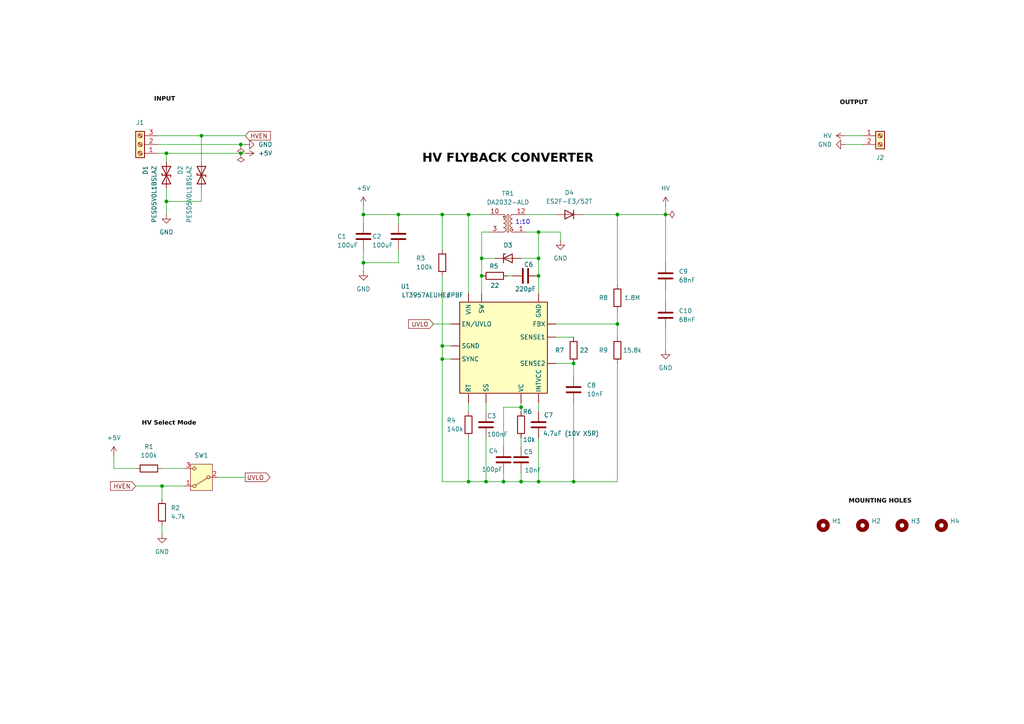
<source format=kicad_sch>
(kicad_sch (version 20231120) (generator "eeschema") (generator_version "8.0")
  (paper "A4")
  (title_block (title "LT3957A High Voltage Flyback Converter") (date "2024-06-11") (company "Newell Jensen"))
  (lib_symbols
    (symbol "Connector:Screw_Terminal_01x02" (pin_names (offset 1.016) hide)
      (property "Reference" "J" (at 0 2.54 0))
      (property "Value" "Screw_Terminal_01x02" (at 0 -5.08 0))
      (symbol "Screw_Terminal_01x02_1_1"
        (rectangle (start -1.27 1.27) (end 1.27 -3.81) (stroke (width 0.254)) (fill (type background)))
        (circle (center 0 -2.54) (radius 0.635) (stroke (width 0.1524)))
        (polyline (pts (xy -0.5334 -2.2098) (xy 0.3302 -3.048)) (stroke (width 0.1524)))
        (polyline (pts (xy -0.5334 0.3302) (xy 0.3302 -0.508)) (stroke (width 0.1524)))
        (polyline (pts (xy -0.3556 -2.032) (xy 0.508 -2.8702)) (stroke (width 0.1524)))
        (polyline (pts (xy -0.3556 0.508) (xy 0.508 -0.3302)) (stroke (width 0.1524)))
        (circle (center 0 0) (radius 0.635) (stroke (width 0.1524)))
        (pin passive line (at -5.08 0 0) (length 3.81) (name "Pin_1") (number "1"))
        (pin passive line (at -5.08 -2.54 0) (length 3.81) (name "Pin_2") (number "2"))
      )
    )
    (symbol "Connector:Screw_Terminal_01x03" (pin_names (offset 1.016) hide)
      (property "Reference" "J" (at 0 5.08 0))
      (property "Value" "Screw_Terminal_01x03" (at 0 -5.08 0))
      (symbol "Screw_Terminal_01x03_1_1"
        (rectangle (start -1.27 3.81) (end 1.27 -3.81) (stroke (width 0.254)) (fill (type background)))
        (circle (center 0 -2.54) (radius 0.635) (stroke (width 0.1524)))
        (polyline (pts (xy -0.5334 -2.2098) (xy 0.3302 -3.048)) (stroke (width 0.1524)))
        (polyline (pts (xy -0.5334 0.3302) (xy 0.3302 -0.508)) (stroke (width 0.1524)))
        (polyline (pts (xy -0.5334 2.8702) (xy 0.3302 2.032)) (stroke (width 0.1524)))
        (polyline (pts (xy -0.3556 -2.032) (xy 0.508 -2.8702)) (stroke (width 0.1524)))
        (polyline (pts (xy -0.3556 0.508) (xy 0.508 -0.3302)) (stroke (width 0.1524)))
        (polyline (pts (xy -0.3556 3.048) (xy 0.508 2.2098)) (stroke (width 0.1524)))
        (circle (center 0 0) (radius 0.635) (stroke (width 0.1524)))
        (circle (center 0 2.54) (radius 0.635) (stroke (width 0.1524)))
        (pin passive line (at -5.08 2.54 0) (length 3.81) (name "Pin_1") (number "1"))
        (pin passive line (at -5.08 0 0) (length 3.81) (name "Pin_2") (number "2"))
        (pin passive line (at -5.08 -2.54 0) (length 3.81) (name "Pin_3") (number "3"))
      )
    )
    (symbol "Device:C" (pin_numbers hide) (pin_names (offset 0.254))
      (property "Reference" "C" (at 0.635 2.54 0))
      (property "Value" "C" (at 0.635 -2.54 0))
      (symbol "C_0_1"
        (polyline (pts (xy -2.032 -0.762) (xy 2.032 -0.762)) (stroke (width 0.508)))
        (polyline (pts (xy -2.032 0.762) (xy 2.032 0.762)) (stroke (width 0.508)))
      )
      (symbol "C_1_1"
        (pin passive line (at 0 3.81 270) (length 2.794) (name "~") (number "1"))
        (pin passive line (at 0 -3.81 90) (length 2.794) (name "~") (number "2"))
      )
    )
    (symbol "Device:D" (pin_numbers hide) (pin_names (offset 1.016) hide)
      (property "Reference" "D" (at 0 2.54 0))
      (property "Value" "D" (at 0 -2.54 0))
      (symbol "D_0_1"
        (polyline (pts (xy -1.27 1.27) (xy -1.27 -1.27)) (stroke (width 0.254)))
        (polyline (pts (xy 1.27 0) (xy -1.27 0)))
        (polyline (pts (xy 1.27 1.27) (xy 1.27 -1.27) (xy -1.27 0) (xy 1.27 1.27)) (stroke (width 0.254)))
      )
      (symbol "D_1_1"
        (pin passive line (at -3.81 0 0) (length 2.54) (name "K") (number "1"))
        (pin passive line (at 3.81 0 180) (length 2.54) (name "A") (number "2"))
      )
    )
    (symbol "Device:D_TVS" (pin_numbers hide) (pin_names (offset 1.016) hide)
      (property "Reference" "D" (at 0 2.54 0))
      (property "Value" "D_TVS" (at 0 -2.54 0))
      (symbol "D_TVS_0_1"
        (polyline (pts (xy 1.27 0) (xy -1.27 0)))
        (polyline (pts (xy 0.508 1.27) (xy 0 1.27) (xy 0 -1.27) (xy -0.508 -1.27)) (stroke (width 0.254)))
        (polyline (pts (xy -2.54 1.27) (xy -2.54 -1.27) (xy 2.54 1.27) (xy 2.54 -1.27) (xy -2.54 1.27)) (stroke (width 0.254)))
      )
      (symbol "D_TVS_1_1"
        (pin passive line (at -3.81 0 0) (length 2.54) (name "A1") (number "1"))
        (pin passive line (at 3.81 0 180) (length 2.54) (name "A2") (number "2"))
      )
    )
    (symbol "Device:R" (pin_numbers hide) (pin_names (offset 0))
      (property "Reference" "R" (at 2.032 0 90))
      (property "Value" "R" (at 0 0 90))
      (symbol "R_0_1"
        (rectangle (start -1.016 -2.54) (end 1.016 2.54) (stroke (width 0.254)))
      )
      (symbol "R_1_1"
        (pin passive line (at 0 3.81 270) (length 1.27) (name "~") (number "1"))
        (pin passive line (at 0 -3.81 90) (length 1.27) (name "~") (number "2"))
      )
    )
    (symbol "Diode:BZT52Bxx" (pin_numbers hide) (pin_names hide)
      (property "Reference" "D" (at 0 2.54 0))
      (property "Value" "BZT52Bxx" (at 0 -2.54 0))
      (symbol "BZT52Bxx_0_1"
        (polyline (pts (xy 1.27 0) (xy -1.27 0)))
        (polyline (pts (xy -1.27 -1.27) (xy -1.27 1.27) (xy -0.762 1.27)) (stroke (width 0.254)))
        (polyline (pts (xy 1.27 -1.27) (xy 1.27 1.27) (xy -1.27 0) (xy 1.27 -1.27)) (stroke (width 0.254)))
      )
      (symbol "BZT52Bxx_1_1"
        (pin passive line (at -3.81 0 0) (length 2.54) (name "K") (number "1"))
        (pin passive line (at 3.81 0 180) (length 2.54) (name "A") (number "2"))
      )
    )
    (symbol "LT3957AEUHE#PBF:LT3957AEUHE#PBF" (pin_numbers hide)
      (property "Reference" "U2" (at -10.668 7.112 0))
      (property "Value" "LT3957AEUHE#PBF" (at -2.794 4.572 0))
      (symbol "LT3957AEUHE#PBF_1_1"
        (rectangle (start 5.08 2.54) (end 30.48 -23.876) (stroke (width 0.254)) (fill (type background)))
        (pin passive line (at 2.54 -17.78 0) (length 2.54) hide (name "NC") (number "1"))
        (pin passive line (at 2.54 -17.78 0) (length 2.54) hide (name "NC") (number "10"))
        (pin passive line (at 27.94 5.08 270) (length 2.54) (name "GND") (number "12"))
        (pin passive line (at 27.94 5.08 270) (length 2.54) hide (name "GND") (number "13"))
        (pin passive line (at 27.94 5.08 270) (length 2.54) hide (name "GND") (number "14"))
        (pin passive line (at 27.94 5.08 270) (length 2.54) hide (name "GND") (number "15"))
        (pin passive line (at 27.94 5.08 270) (length 2.54) hide (name "GND") (number "16"))
        (pin passive line (at 27.94 5.08 270) (length 2.54) hide (name "GND") (number "17"))
        (pin passive line (at 2.54 -17.78 0) (length 2.54) hide (name "NC") (number "2"))
        (pin passive line (at 11.43 5.08 270) (length 2.54) hide (name "SW") (number "20"))
        (pin passive line (at 11.43 5.08 270) (length 2.54) hide (name "SW") (number "21"))
        (pin passive line (at 2.54 -10.16 0) (length 2.54) hide (name "SGND") (number "23"))
        (pin passive line (at 2.54 -10.16 0) (length 2.54) hide (name "SGND") (number "24"))
        (pin passive line (at 2.54 -3.81 0) (length 2.54) (name "EN/UVLO") (number "25"))
        (pin passive line (at 7.62 5.08 270) (length 2.54) (name "VIN") (number "27"))
        (pin passive line (at 27.94 -26.67 90) (length 2.54) (name "INTVCC") (number "28"))
        (pin passive line (at 33.02 -15.24 180) (length 2.54) (name "SENSE2") (number "3"))
        (pin passive line (at 22.86 -26.67 90) (length 2.54) (name "VC") (number "30"))
        (pin passive line (at 33.02 -3.81 180) (length 2.54) (name "FBX") (number "31"))
        (pin passive line (at 12.7 -26.67 90) (length 2.54) (name "SS") (number "32"))
        (pin passive line (at 7.62 -26.67 90) (length 2.54) (name "RT") (number "33"))
        (pin passive line (at 2.54 -13.97 0) (length 2.54) (name "SYNC") (number "34"))
        (pin passive line (at 2.54 -17.78 0) (length 2.54) hide (name "NC") (number "35"))
        (pin passive line (at 2.54 -17.78 0) (length 2.54) hide (name "NC") (number "36"))
        (pin passive line (at 2.54 -10.16 0) (length 2.54) hide (name "SGND") (number "37"))
        (pin passive line (at 11.43 5.08 270) (length 2.54) hide (name "SW") (number "38"))
        (pin passive line (at 2.54 -10.16 0) (length 2.54) (name "SGND") (number "4"))
        (pin passive line (at 33.02 -7.62 180) (length 2.54) (name "SENSE1") (number "6"))
        (pin passive line (at 11.43 5.08 270) (length 2.54) (name "SW") (number "8"))
        (pin passive line (at 11.43 5.08 270) (length 2.54) hide (name "SW") (number "9"))
      )
    )
    (symbol "Mechanical:MountingHole" (pin_names (offset 1.016)) (exclude_from_sim yes) (in_bom no)
      (property "Reference" "H" (at 0 5.08 0))
      (property "Value" "MountingHole" (at 0 3.175 0))
      (symbol "MountingHole_0_1"
        (circle (center 0 0) (radius 1.27) (stroke (width 1.27)))
      )
    )
    (symbol "Switch:SW_SPDT" (pin_names (offset 0) hide)
      (property "Reference" "SW" (at 0 5.08 0))
      (property "Value" "SW_SPDT" (at 0 -5.08 0))
      (symbol "SW_SPDT_0_1"
        (circle (center -2.032 0) (radius 0.4572))
        (polyline (pts (xy -1.651 0.254) (xy 1.651 2.286)))
        (circle (center 2.032 -2.54) (radius 0.4572))
        (circle (center 2.032 2.54) (radius 0.4572))
      )
      (symbol "SW_SPDT_1_1"
        (rectangle (start -3.175 3.81) (end 3.175 -3.81) (fill (type background)))
        (pin passive line (at 5.08 2.54 180) (length 2.54) (name "A") (number "1"))
        (pin passive line (at -5.08 0 0) (length 2.54) (name "B") (number "2"))
        (pin passive line (at 5.08 -2.54 180) (length 2.54) (name "C") (number "3"))
      )
    )
    (symbol "Transformer:ZMPT101K"
      (property "Reference" "TR1" (at 0 8.636 0))
      (property "Value" "DA2032-ALD" (at 0 6.096 0))
      (symbol "ZMPT101K_0_1"
        (polyline (pts (xy -1.27 -2.54) (xy -2.54 -2.54)))
        (polyline (pts (xy -1.27 2.54) (xy -2.54 2.54)))
        (polyline (pts (xy 1.27 -2.54) (xy 2.54 -2.54)))
        (polyline (pts (xy 1.27 2.54) (xy 2.54 2.54)))
      )
      (symbol "ZMPT101K_1_1"
        (arc (start -1.27 -2.54) (mid -0.6377 -1.905) (end -1.27 -1.27))
        (arc (start -1.27 -1.27) (mid -0.6377 -0.635) (end -1.27 0))
        (arc (start -1.27 0) (mid -0.6377 0.635) (end -1.27 1.27))
        (arc (start -1.27 1.27) (mid -0.6377 1.905) (end -1.27 2.54))
        (circle (center -1.143 1.905) (radius 0.127) (stroke (width 0.254)))
        (rectangle (start -0.254 2.54) (end 0.254 -2.54) (fill (type background)))
        (circle (center 1.27 -1.905) (radius 0.127) (stroke (width 0.254)))
        (arc (start 1.27 -1.27) (mid 0.6377 -1.905) (end 1.27 -2.54))
        (arc (start 1.27 0) (mid 0.6377 -0.635) (end 1.27 -1.27))
        (arc (start 1.27 1.27) (mid 0.6377 0.635) (end 1.27 0))
        (arc (start 1.27 2.54) (mid 0.6377 1.905) (end 1.27 1.27))
        (pin passive line (at 5.08 -2.54 180) (length 2.54) (name "~") (number "1"))
        (pin passive line (at -5.08 2.54 0) (length 2.54) (name "~") (number "10"))
        (pin passive line (at 5.08 2.54 180) (length 2.54) (name "~") (number "12"))
        (pin passive line (at -5.08 -2.54 0) (length 2.54) (name "~") (number "3"))
        (pin passive line (at -5.08 -2.54 0) (length 2.54) hide (name "~") (number "4"))
        (pin passive line (at -5.08 -2.54 0) (length 2.54) hide (name "~") (number "5"))
        (pin passive line (at -5.08 -2.54 0) (length 2.54) hide (name "~") (number "6"))
        (pin passive line (at -5.08 2.54 0) (length 2.54) hide (name "~") (number "7"))
        (pin passive line (at -5.08 2.54 0) (length 2.54) hide (name "~") (number "8"))
        (pin passive line (at -5.08 2.54 0) (length 2.54) hide (name "~") (number "9"))
      )
    )
    (symbol "power:+48V" (power) (pin_numbers hide) (pin_names (offset 0) hide)
      (property "Value" "+48V" (at 0 3.556 0))
      (symbol "+48V_0_1"
        (polyline (pts (xy -0.762 1.27) (xy 0 2.54)))
        (polyline (pts (xy 0 0) (xy 0 2.54)))
        (polyline (pts (xy 0 2.54) (xy 0.762 1.27)))
      )
      (symbol "+48V_1_1"
        (pin power_in line (at 0 0 90) (length 0) (name "~") (number "1"))
      )
    )
    (symbol "power:+5V" (power) (pin_numbers hide) (pin_names (offset 0) hide)
      (property "Value" "+5V" (at 0 3.556 0))
      (symbol "+5V_0_1"
        (polyline (pts (xy -0.762 1.27) (xy 0 2.54)))
        (polyline (pts (xy 0 0) (xy 0 2.54)))
        (polyline (pts (xy 0 2.54) (xy 0.762 1.27)))
      )
      (symbol "+5V_1_1"
        (pin power_in line (at 0 0 90) (length 0) (name "~") (number "1"))
      )
    )
    (symbol "power:GND" (power) (pin_numbers hide) (pin_names (offset 0) hide)
      (property "Value" "GND" (at 0 -3.81 0))
      (symbol "GND_0_1"
        (polyline (pts (xy 0 0) (xy 0 -1.27) (xy 1.27 -1.27) (xy 0 -2.54) (xy -1.27 -1.27) (xy 0 -1.27)))
      )
      (symbol "GND_1_1"
        (pin power_in line (at 0 0 270) (length 0) (name "~") (number "1"))
      )
    )
    (symbol "power:PWR_FLAG" (power) (pin_numbers hide) (pin_names (offset 0) hide)
      (property "Value" "PWR_FLAG" (at 0 3.81 0))
      (symbol "PWR_FLAG_0_0"
        (pin power_out line (at 0 0 90) (length 0) (name "~") (number "1"))
      )
      (symbol "PWR_FLAG_0_1"
        (polyline (pts (xy 0 0) (xy 0 1.27) (xy -1.016 1.905) (xy 0 2.54) (xy 1.016 1.905) (xy 0 1.27)))
      )
    )
  )
  (junction (at 140.97 139.7))
  (junction (at 128.27 62.23))
  (junction (at 48.26 58.42))
  (junction (at 193.04 62.23))
  (junction (at 105.41 62.23))
  (junction (at 156.21 80.01))
  (junction (at 179.07 62.23))
  (junction (at 69.85 41.91))
  (junction (at 139.7 80.01))
  (junction (at 128.27 104.14))
  (junction (at 48.26 44.45))
  (junction (at 139.7 74.93))
  (junction (at 166.37 105.41))
  (junction (at 179.07 93.98))
  (junction (at 166.37 139.7))
  (junction (at 156.21 67.31))
  (junction (at 69.85 44.45))
  (junction (at 151.13 118.11))
  (junction (at 46.99 140.97))
  (junction (at 58.42 39.37))
  (junction (at 128.27 100.33))
  (junction (at 105.41 76.2))
  (junction (at 135.89 62.23))
  (junction (at 156.21 139.7))
  (junction (at 156.21 74.93))
  (junction (at 115.57 62.23))
  (junction (at 146.05 139.7))
  (junction (at 135.89 139.7))
  (junction (at 151.13 139.7))
  (wire (pts (xy 39.37 140.97) (xy 46.99 140.97)))
  (wire (pts (xy 156.21 139.7) (xy 166.37 139.7)))
  (wire (pts (xy 139.7 67.31) (xy 139.7 74.93)))
  (wire (pts (xy 48.26 58.42) (xy 58.42 58.42)))
  (wire (pts (xy 128.27 80.01) (xy 128.27 100.33)))
  (wire (pts (xy 128.27 104.14) (xy 128.27 139.7)))
  (wire (pts (xy 156.21 74.93) (xy 156.21 80.01)))
  (wire (pts (xy 63.5 138.43) (xy 71.12 138.43)))
  (wire (pts (xy 46.99 135.89) (xy 53.34 135.89)))
  (wire (pts (xy 151.13 137.16) (xy 151.13 139.7)))
  (wire (pts (xy 168.91 62.23) (xy 179.07 62.23)))
  (wire (pts (xy 161.29 97.79) (xy 166.37 97.79)))
  (wire (pts (xy 128.27 104.14) (xy 128.27 100.33)))
  (wire (pts (xy 166.37 116.84) (xy 166.37 139.7)))
  (wire (pts (xy 115.57 76.2) (xy 105.41 76.2)))
  (wire (pts (xy 45.72 39.37) (xy 58.42 39.37)))
  (wire (pts (xy 69.85 41.91) (xy 71.12 41.91)))
  (wire (pts (xy 193.04 59.69) (xy 193.04 62.23)))
  (wire (pts (xy 179.07 105.41) (xy 179.07 139.7)))
  (wire (pts (xy 105.41 72.39) (xy 105.41 76.2)))
  (wire (pts (xy 58.42 58.42) (xy 58.42 54.61)))
  (wire (pts (xy 161.29 93.98) (xy 179.07 93.98)))
  (wire (pts (xy 193.04 83.82) (xy 193.04 87.63)))
  (wire (pts (xy 139.7 80.01) (xy 139.7 85.09)))
  (wire (pts (xy 46.99 152.4) (xy 46.99 154.94)))
  (wire (pts (xy 146.05 137.16) (xy 146.05 139.7)))
  (wire (pts (xy 146.05 118.11) (xy 151.13 118.11)))
  (wire (pts (xy 135.89 127) (xy 135.89 139.7)))
  (wire (pts (xy 156.21 80.01) (xy 156.21 85.09)))
  (wire (pts (xy 135.89 116.84) (xy 135.89 119.38)))
  (wire (pts (xy 115.57 62.23) (xy 115.57 64.77)))
  (wire (pts (xy 146.05 139.7) (xy 151.13 139.7)))
  (wire (pts (xy 48.26 58.42) (xy 48.26 62.23)))
  (wire (pts (xy 151.13 74.93) (xy 156.21 74.93)))
  (wire (pts (xy 115.57 62.23) (xy 128.27 62.23)))
  (wire (pts (xy 48.26 54.61) (xy 48.26 58.42)))
  (wire (pts (xy 162.56 67.31) (xy 156.21 67.31)))
  (wire (pts (xy 71.12 44.45) (xy 69.85 44.45)))
  (wire (pts (xy 139.7 74.93) (xy 139.7 80.01)))
  (wire (pts (xy 151.13 139.7) (xy 156.21 139.7)))
  (wire (pts (xy 58.42 39.37) (xy 58.42 46.99)))
  (wire (pts (xy 128.27 100.33) (xy 130.81 100.33)))
  (wire (pts (xy 143.51 74.93) (xy 139.7 74.93)))
  (wire (pts (xy 179.07 139.7) (xy 166.37 139.7)))
  (wire (pts (xy 156.21 127) (xy 156.21 139.7)))
  (wire (pts (xy 179.07 62.23) (xy 193.04 62.23)))
  (wire (pts (xy 135.89 62.23) (xy 142.24 62.23)))
  (wire (pts (xy 139.7 67.31) (xy 142.24 67.31)))
  (wire (pts (xy 105.41 76.2) (xy 105.41 78.74)))
  (wire (pts (xy 130.81 104.14) (xy 128.27 104.14)))
  (wire (pts (xy 128.27 62.23) (xy 135.89 62.23)))
  (wire (pts (xy 245.11 39.37) (xy 250.19 39.37)))
  (wire (pts (xy 179.07 62.23) (xy 179.07 82.55)))
  (wire (pts (xy 152.4 62.23) (xy 161.29 62.23)))
  (wire (pts (xy 151.13 118.11) (xy 151.13 119.38)))
  (wire (pts (xy 250.19 41.91) (xy 245.11 41.91)))
  (wire (pts (xy 179.07 93.98) (xy 179.07 90.17)))
  (wire (pts (xy 45.72 41.91) (xy 69.85 41.91)))
  (wire (pts (xy 146.05 129.54) (xy 146.05 118.11)))
  (wire (pts (xy 115.57 72.39) (xy 115.57 76.2)))
  (wire (pts (xy 48.26 44.45) (xy 48.26 46.99)))
  (wire (pts (xy 33.02 135.89) (xy 39.37 135.89)))
  (wire (pts (xy 140.97 116.84) (xy 140.97 119.38)))
  (wire (pts (xy 135.89 62.23) (xy 135.89 85.09)))
  (wire (pts (xy 105.41 59.69) (xy 105.41 62.23)))
  (wire (pts (xy 193.04 95.25) (xy 193.04 101.6)))
  (wire (pts (xy 193.04 62.23) (xy 193.04 76.2)))
  (wire (pts (xy 140.97 139.7) (xy 146.05 139.7)))
  (wire (pts (xy 151.13 116.84) (xy 151.13 118.11)))
  (wire (pts (xy 152.4 67.31) (xy 156.21 67.31)))
  (wire (pts (xy 53.34 140.97) (xy 46.99 140.97)))
  (wire (pts (xy 46.99 140.97) (xy 46.99 144.78)))
  (wire (pts (xy 156.21 67.31) (xy 156.21 74.93)))
  (wire (pts (xy 105.41 62.23) (xy 115.57 62.23)))
  (wire (pts (xy 105.41 62.23) (xy 105.41 64.77)))
  (wire (pts (xy 166.37 105.41) (xy 166.37 109.22)))
  (wire (pts (xy 45.72 44.45) (xy 48.26 44.45)))
  (wire (pts (xy 162.56 69.85) (xy 162.56 67.31)))
  (wire (pts (xy 147.32 80.01) (xy 148.59 80.01)))
  (wire (pts (xy 128.27 139.7) (xy 135.89 139.7)))
  (wire (pts (xy 179.07 93.98) (xy 179.07 97.79)))
  (wire (pts (xy 140.97 127) (xy 140.97 139.7)))
  (wire (pts (xy 161.29 105.41) (xy 166.37 105.41)))
  (wire (pts (xy 33.02 132.08) (xy 33.02 135.89)))
  (wire (pts (xy 128.27 72.39) (xy 128.27 62.23)))
  (wire (pts (xy 135.89 139.7) (xy 140.97 139.7)))
  (wire (pts (xy 151.13 127) (xy 151.13 129.54)))
  (wire (pts (xy 58.42 39.37) (xy 71.12 39.37)))
  (wire (pts (xy 48.26 44.45) (xy 69.85 44.45)))
  (wire (pts (xy 156.21 116.84) (xy 156.21 119.38)))
  (wire (pts (xy 125.73 93.98) (xy 130.81 93.98)))
  (text "MOUNTING HOLES" (at 255.27 145.796 0) (effects (font (size 1.27 1.27) (thickness 0.508) (bold yes))))
  (text "HV FLYBACK CONVERTER" (at 147.32 46.736 0) (effects (font (size 2.54 2.54) (thickness 0.508) (bold yes))))
  (text "OUTPUT" (at 247.65 30.226 0) (effects (font (size 1.27 1.27) (thickness 0.508) (bold yes))))
  (text "1:10" (at 151.638 64.516 0) (effects (font (size 1.27 1.27))))
  (text "INPUT" (at 47.752 29.21 0) (effects (font (size 1.27 1.27) (thickness 0.508) (bold yes))))
  (text "HV Select Mode" (at 49.022 123.19 0) (effects (font (size 1.27 1.27) (thickness 0.254) (bold yes))))
  (global_label "HVEN" (shape input) (at 71.12 39.37 0) (property "Intersheetrefs" "${INTERSHEET_REFS}" (effects (hide yes))))
  (global_label "UVLO" (shape output) (at 71.12 138.43 0) (property "Intersheetrefs" "${INTERSHEET_REFS}" (effects (hide yes))))
  (global_label "HVEN" (shape input) (at 39.37 140.97 180) (property "Intersheetrefs" "${INTERSHEET_REFS}" (effects (hide yes))))
  (global_label "UVLO" (shape input) (at 125.73 93.98 180) (property "Intersheetrefs" "${INTERSHEET_REFS}" (effects (hide yes))))
  (symbol (lib_id "Device:C") (at 140.97 123.19 0) (unit 1)
    (property "Reference" "C3" (at 141.224 120.65 0) (effects (justify left)))
    (property "Value" "100nF" (at 141.224 125.984 0) (effects (justify left)))
    (property "Footprint" "Capacitor_SMD:C_0805_2012Metric_Pad1.18x1.45mm_HandSolder" (effects (hide yes)))
    (property "Description" "Unpolarized capacitor" (effects (hide yes)))
    (property "Manufacturer_Part_Number" "CC0805JRX7R9BB104" (effects (hide yes)))
  )
  (symbol (lib_id "power:GND") (at 46.99 154.94 0) (unit 1)
    (property "Reference" "#PWR02" (effects (hide yes)))
    (property "Value" "GND" (at 46.99 160.02 0))
    (property "Description" "Power symbol creates a global label with name \"GND\" , ground" (effects (hide yes)))
  )
  (symbol (lib_id "power:+5V") (at 105.41 59.69 0) (unit 1)
    (property "Reference" "#PWR06" (effects (hide yes)))
    (property "Value" "+5V" (at 105.41 54.61 0))
    (property "Description" "Power symbol creates a global label with name \"+5V\"" (effects (hide yes)))
  )
  (symbol (lib_id "power:GND") (at 245.11 41.91 270) (unit 1)
    (property "Reference" "#PWR012" (effects (hide yes)))
    (property "Value" "GND" (at 241.3 41.9099 90) (effects (justify right)))
    (property "Description" "Power symbol creates a global label with name \"GND\" , ground" (effects (hide yes)))
  )
  (symbol (lib_id "Mechanical:MountingHole") (at 238.76 152.4 0) (unit 1) (exclude_from_sim yes) (in_bom no)
    (property "Reference" "H1" (at 241.3 151.1299 0) (effects (justify left)))
    (property "Value" "MountingHole" (effects (hide yes)))
    (property "Footprint" "MountingHole:MountingHole_3.2mm_M3_ISO7380_Pad_TopBottom" (effects (hide yes)))
    (property "Description" "Mounting Hole without connection" (effects (hide yes)))
  )
  (symbol (lib_id "power:+48V") (at 245.11 39.37 90) (unit 1)
    (property "Reference" "#PWR011" (effects (hide yes)))
    (property "Value" "HV" (at 241.3 39.3699 90) (effects (justify left)))
    (property "Description" "Power symbol creates a global label with name \"HV\"" (effects (hide yes)))
  )
  (symbol (lib_id "power:+5V") (at 71.12 44.45 270) (unit 1)
    (property "Reference" "#PWR05" (effects (hide yes)))
    (property "Value" "+5V" (at 74.93 44.4499 90) (effects (justify left)))
    (property "Description" "Power symbol creates a global label with name \"+5V\"" (effects (hide yes)))
  )
  (symbol (lib_id "Connector:Screw_Terminal_01x03") (at 40.64 41.91 180) (unit 1)
    (property "Reference" "J1" (at 40.64 35.56 0))
    (property "Value" "Screw_Terminal_01x03" (effects (hide yes)))
    (property "Footprint" "TerminalBlock_Phoenix:TerminalBlock_Phoenix_MKDS-1,5-3_1x03_P5.00mm_Horizontal" (effects (hide yes)))
    (property "Description" "Generic screw terminal, single row, 01x03, script generated (kicad-library-utils/schlib/autogen/connector/)" (effects (hide yes)))
  )
  (symbol (lib_id "Device:C") (at 152.4 80.01 90) (unit 1)
    (property "Reference" "C6" (at 154.686 76.708 90) (effects (justify left)))
    (property "Value" "220pF" (at 155.448 83.82 90) (effects (justify left)))
    (property "Footprint" "Capacitor_SMD:C_0805_2012Metric_Pad1.18x1.45mm_HandSolder" (effects (hide yes)))
    (property "Description" "Unpolarized capacitor" (effects (hide yes)))
    (property "Manufacturer_Part_Number" "CC0805JRNPO9BN221" (effects (hide yes)))
  )
  (symbol (lib_id "power:GND") (at 105.41 78.74 0) (unit 1)
    (property "Reference" "#PWR07" (effects (hide yes)))
    (property "Value" "GND" (at 105.41 83.82 0))
    (property "Description" "Power symbol creates a global label with name \"GND\" , ground" (effects (hide yes)))
  )
  (symbol (lib_id "Device:C") (at 193.04 80.01 0) (unit 1)
    (property "Reference" "C9" (at 196.85 78.7399 0) (effects (justify left)))
    (property "Value" "68nF" (at 196.85 81.2799 0) (effects (justify left)))
    (property "Footprint" "Resistor_SMD:R_1210_3225Metric_Pad1.30x2.65mm_HandSolder" (effects (hide yes)))
    (property "Datasheet" "https://www.mouser.com/datasheet/2/281/1/GCJ32QR7LV683KW01_00B-3044493.pdf" (effects (hide yes)))
    (property "Description" "Multilayer Ceramic Capacitors MLCC - SMD/SMT 0.068 uF 630 VDC 10% 1210 X7R AEC-Q200" (effects (hide yes)))
    (property "Mouser Part Number" "81-GCJ32Q7LV683KW01K " (effects (hide yes)))
    (property "Manufacturer_Name" "Murata Electronics" (effects (hide yes)))
    (property "Manufacturer_Part_Number" "GCJ32QR7LV683KW01K" (effects (hide yes)))
  )
  (symbol (lib_id "Switch:SW_SPDT") (at 58.42 138.43 180) (unit 1)
    (property "Reference" "SW1" (at 58.42 132.08 0))
    (property "Value" "SW_SPDT" (effects (hide yes)))
    (property "Footprint" "Button_Switch_SMD:SW_SPDT_PCM12" (effects (hide yes)))
    (property "Description" "Switch, single pole double throw" (effects (hide yes)))
  )
  (symbol (lib_id "Device:R") (at 166.37 101.6 0) (unit 1)
    (property "Reference" "R7" (at 162.306 101.6 0))
    (property "Value" "22" (at 169.418 101.6 0))
    (property "Footprint" "Resistor_SMD:R_0805_2012Metric_Pad1.20x1.40mm_HandSolder" (effects (hide yes)))
    (property "Description" "Resistor" (effects (hide yes)))
    (property "Manufacturer_Part_Number" "RC0805FR-0722RL" (effects (hide yes)))
  )
  (symbol (lib_id "power:PWR_FLAG") (at 69.85 41.91 180) (unit 1)
    (property "Reference" "#FLG01" (effects (hide yes)))
    (property "Value" "PWR_FLAG" (effects (hide yes)))
    (property "Description" "Special symbol for telling ERC where power comes from" (effects (hide yes)))
  )
  (symbol (lib_id "Device:C") (at 105.41 68.58 0) (unit 1)
    (property "Reference" "C1" (at 97.79 68.58 0) (effects (justify left)))
    (property "Value" "100uF" (at 97.79 71.12 0) (effects (justify left)))
    (property "Footprint" "Resistor_SMD:R_1206_3216Metric_Pad1.30x1.75mm_HandSolder" (effects (hide yes)))
    (property "Description" "Unpolarized capacitor" (effects (hide yes)))
    (property "Manufacturer_Part_Number" "CC1206MKX5R5BB107" (effects (hide yes)))
  )
  (symbol (lib_id "Device:C") (at 193.04 91.44 0) (unit 1)
    (property "Reference" "C10" (at 196.85 90.1699 0) (effects (justify left)))
    (property "Value" "68nF" (at 196.85 92.7099 0) (effects (justify left)))
    (property "Footprint" "Resistor_SMD:R_1210_3225Metric_Pad1.30x2.65mm_HandSolder" (effects (hide yes)))
    (property "Datasheet" "https://www.mouser.com/datasheet/2/281/1/GCJ32QR7LV683KW01_00B-3044493.pdf" (effects (hide yes)))
    (property "Description" "Multilayer Ceramic Capacitors MLCC - SMD/SMT 0.068 uF 630 VDC 10% 1210 X7R AEC-Q200" (effects (hide yes)))
    (property "Mouser Part Number" "81-GCJ32Q7LV683KW01K " (effects (hide yes)))
    (property "Manufacturer_Name" "Murata Electronics" (effects (hide yes)))
    (property "Manufacturer_Part_Number" "GCJ32QR7LV683KW01K" (effects (hide yes)))
  )
  (symbol (lib_id "Device:R") (at 179.07 101.6 0) (unit 1)
    (property "Reference" "R9" (at 175.006 101.6 0))
    (property "Value" "15.8k" (at 183.388 101.6 0))
    (property "Footprint" "Resistor_SMD:R_0805_2012Metric_Pad1.20x1.40mm_HandSolder" (effects (hide yes)))
    (property "Description" "Resistor" (effects (hide yes)))
    (property "Manufacturer_Part_Number" "RC0805FR-0715K8L" (effects (hide yes)))
  )
  (symbol (lib_id "power:PWR_FLAG") (at 193.04 62.23 270) (unit 1)
    (property "Reference" "#FLG03" (effects (hide yes)))
    (property "Value" "PWR_FLAG" (effects (hide yes)))
    (property "Description" "Special symbol for telling ERC where power comes from" (effects (hide yes)))
  )
  (symbol (lib_id "Transformer:ZMPT101K") (at 147.32 64.77 0) (unit 1)
    (property "Reference" "TR1" (at 147.32 56.134 0))
    (property "Value" "DA2032-ALD" (at 147.32 58.674 0))
    (property "Footprint" "DA2032-ALD:SOP250P2197X889-12N" (effects (hide yes)))
    (property "Datasheet" "https://www.coilcraft.com/pdfs/da2032.pdf" (effects (hide yes)))
    (property "Description" "COILCRAFT - DA2032-ALD - TRANSFORMER, FLYBACK, LT3750, SMD" (effects (hide yes)))
    (property "Manufacturer_Part_Number" "DA2032-ALD" (effects (hide yes)))
  )
  (symbol (lib_id "Device:R") (at 128.27 76.2 0) (unit 1)
    (property "Reference" "R3" (at 120.65 74.93 0) (effects (justify left)))
    (property "Value" "100k" (at 120.65 77.47 0) (effects (justify left)))
    (property "Footprint" "Resistor_SMD:R_0805_2012Metric_Pad1.20x1.40mm_HandSolder" (effects (hide yes)))
    (property "Description" "Resistor" (effects (hide yes)))
    (property "Manufacturer_Part_Number" "RC0805FR-07100KL" (effects (hide yes)))
  )
  (symbol (lib_id "Device:R") (at 46.99 148.59 0) (unit 1)
    (property "Reference" "R2" (at 49.53 147.3199 0) (effects (justify left)))
    (property "Value" "4.7k" (at 49.53 149.8599 0) (effects (justify left)))
    (property "Footprint" "Resistor_SMD:R_0805_2012Metric_Pad1.20x1.40mm_HandSolder" (effects (hide yes)))
    (property "Description" "Resistor" (effects (hide yes)))
    (property "Manufacturer_Part_Number" "RC0805FR-074K7L" (effects (hide yes)))
  )
  (symbol (lib_id "LT3957AEUHE#PBF:LT3957AEUHE#PBF") (at 128.27 90.17 0) (unit 1)
    (property "Reference" "U1" (at 117.602 83.058 0))
    (property "Value" "LT3957AEUHE#PBF" (at 125.476 85.598 0))
    (property "Footprint" "LT3957AEUHE#PBF:LT3958EUHETRPBF" (effects (hide yes)))
    (property "Datasheet" "https://www.analog.com/media/en/technical-documentation/data-sheets/3957afa.pdf" (effects (hide yes)))
    (property "Description" "DC/DC Cntrlr Single-OUT Flyback/Step Up 1200kHz Automotive 28-Pin QFN EP Tube" (effects (hide yes)))
    (property "Height" "0.8" (effects (hide yes)))
    (property "Manufacturer_Name" "Analog Devices" (effects (hide yes)))
    (property "Manufacturer_Part_Number" "LT3957AEUHE#PBF" (effects (hide yes)))
  )
  (symbol (lib_id "power:GND") (at 71.12 41.91 90) (unit 1)
    (property "Reference" "#PWR04" (effects (hide yes)))
    (property "Value" "GND" (at 74.93 41.9099 90) (effects (justify right)))
    (property "Description" "Power symbol creates a global label with name \"GND\" , ground" (effects (hide yes)))
  )
  (symbol (lib_id "Mechanical:MountingHole") (at 261.62 152.4 0) (unit 1) (exclude_from_sim yes) (in_bom no)
    (property "Reference" "H3" (at 264.16 151.1299 0) (effects (justify left)))
    (property "Value" "MountingHole" (effects (hide yes)))
    (property "Footprint" "MountingHole:MountingHole_3.2mm_M3_ISO7380_Pad_TopBottom" (effects (hide yes)))
    (property "Description" "Mounting Hole without connection" (effects (hide yes)))
  )
  (symbol (lib_id "Device:D_TVS") (at 48.26 50.8 270) (unit 1)
    (property "Reference" "D1" (at 42.164 48.006 0) (effects (justify left)))
    (property "Value" "PESD5V0L1BSLAZ" (at 44.704 48.006 0) (effects (justify left)))
    (property "Footprint" "Diode_SMD:D_SOD-882" (effects (hide yes)))
    (property "Datasheet" "https://www.mouser.com/datasheet/2/916/PESD5V0L1BSL-2909958.pdf" (effects (hide yes)))
    (property "Description" "Bidirectional transient-voltage-suppression diode" (effects (hide yes)))
    (property "Manufacturer_Part_Number" "PESD5V0L1BSLAZ" (effects (hide yes)))
  )
  (symbol (lib_id "Mechanical:MountingHole") (at 250.19 152.4 0) (unit 1) (exclude_from_sim yes) (in_bom no)
    (property "Reference" "H2" (at 252.73 151.1299 0) (effects (justify left)))
    (property "Value" "MountingHole" (effects (hide yes)))
    (property "Footprint" "MountingHole:MountingHole_3.2mm_M3_ISO7380_Pad_TopBottom" (effects (hide yes)))
    (property "Description" "Mounting Hole without connection" (effects (hide yes)))
  )
  (symbol (lib_id "Device:C") (at 146.05 133.35 0) (unit 1)
    (property "Reference" "C4" (at 141.732 130.81 0) (effects (justify left)))
    (property "Value" "100pF" (at 139.7 136.144 0) (effects (justify left)))
    (property "Footprint" "Capacitor_SMD:C_0805_2012Metric_Pad1.18x1.45mm_HandSolder" (effects (hide yes)))
    (property "Description" "Unpolarized capacitor" (effects (hide yes)))
    (property "Manufacturer_Part_Number" "CC0805JRNPO9BN101" (effects (hide yes)))
  )
  (symbol (lib_id "Diode:BZT52Bxx") (at 147.32 74.93 0) (unit 1)
    (property "Reference" "D3" (at 147.32 71.12 0))
    (property "Value" "MMSZ5258B" (effects (hide yes)))
    (property "Footprint" "Diode_SMD:D_SOD-123F" (effects (hide yes)))
    (property "Datasheet" "https://diotec.com/tl_files/diotec/files/pdf/datasheets/bzt52b2v4.pdf" (effects (hide yes)))
    (property "Description" "500mW Zener Diode, SOD-123F" (effects (hide yes)))
    (property "Manufacturer_Part_Number" "MMSZ5258B " (effects (hide yes)))
  )
  (symbol (lib_id "power:PWR_FLAG") (at 69.85 44.45 180) (unit 1)
    (property "Reference" "#FLG02" (effects (hide yes)))
    (property "Value" "PWR_FLAG" (effects (hide yes)))
    (property "Description" "Special symbol for telling ERC where power comes from" (effects (hide yes)))
  )
  (symbol (lib_id "Device:R") (at 43.18 135.89 270) (unit 1)
    (property "Reference" "R1" (at 43.18 129.54 90))
    (property "Value" "100k" (at 43.18 132.08 90))
    (property "Footprint" "Resistor_SMD:R_0805_2012Metric_Pad1.20x1.40mm_HandSolder" (effects (hide yes)))
    (property "Description" "Resistor" (effects (hide yes)))
    (property "Manufacturer_Part_Number" "RC0805FR-07100KL" (effects (hide yes)))
  )
  (symbol (lib_id "power:GND") (at 162.56 69.85 0) (unit 1)
    (property "Reference" "#PWR08" (effects (hide yes)))
    (property "Value" "GND" (at 162.56 74.93 0))
    (property "Description" "Power symbol creates a global label with name \"GND\" , ground" (effects (hide yes)))
  )
  (symbol (lib_id "Device:R") (at 143.51 80.01 90) (unit 1)
    (property "Reference" "R5" (at 143.256 77.216 90))
    (property "Value" "22" (at 143.51 82.804 90))
    (property "Footprint" "Resistor_SMD:R_0805_2012Metric_Pad1.20x1.40mm_HandSolder" (effects (hide yes)))
    (property "Description" "Resistor" (effects (hide yes)))
    (property "Manufacturer_Part_Number" "RC0805FR-0722RL" (effects (hide yes)))
  )
  (symbol (lib_id "power:GND") (at 48.26 62.23 0) (unit 1)
    (property "Reference" "#PWR03" (effects (hide yes)))
    (property "Value" "GND" (at 48.26 67.31 0))
    (property "Description" "Power symbol creates a global label with name \"GND\" , ground" (effects (hide yes)))
  )
  (symbol (lib_id "Device:D") (at 165.1 62.23 180) (unit 1)
    (property "Reference" "D4" (at 165.1 55.88 0))
    (property "Value" "ES2F-E3/52T" (at 165.1 58.42 0))
    (property "Footprint" "Diode_SMD:D_SMB_Handsoldering" (effects (hide yes)))
    (property "Datasheet" "https://www.vishay.com/docs/88588/es2f.pdf" (effects (hide yes)))
    (property "Description" "Surface-Mount Ultrafast Plastic Rectifier, 300V 2A 35ns" (effects (hide yes)))
    (property "Sim.Device" "D" (effects (hide yes)))
    (property "Sim.Pins" "1=K 2=A" (effects (hide yes)))
  )
  (symbol (lib_id "Device:R") (at 179.07 86.36 0) (unit 1)
    (property "Reference" "R8" (at 175.006 86.36 0))
    (property "Value" "1.8M" (at 183.388 86.36 0))
    (property "Footprint" "Resistor_SMD:R_1206_3216Metric_Pad1.30x1.75mm_HandSolder" (effects (hide yes)))
    (property "Datasheet" "https://www.yageo.com/upload/media/product/productsearch/datasheet/rchip/PYu-RC_Group_51_RoHS_L_12.pdf" (effects (hide yes)))
    (property "Description" "Thick Film Resistors - SMD 1.8 MOhms 250 mW 1206 1%" (effects (hide yes)))
    (property "Height" "0.65" (effects (hide yes)))
    (property "Mouser Part Number" "603-RC1206FR-071M8L" (effects (hide yes)))
    (property "Mouser Price/Stock" "https://www.mouser.co.uk/ProductDetail/YAGEO/RC1206FR-071M8L?qs=m6lXFsvg5e2b8emsZW3aVQ%3D%3D" (effects (hide yes)))
    (property "Manufacturer_Name" "YAGEO" (effects (hide yes)))
    (property "Manufacturer_Part_Number" "RC1206FR-071M8L" (effects (hide yes)))
  )
  (symbol (lib_id "Device:C") (at 151.13 133.35 0) (unit 1)
    (property "Reference" "C5" (at 151.892 131.064 0) (effects (justify left)))
    (property "Value" "10nF" (at 152.146 136.398 0) (effects (justify left)))
    (property "Footprint" "Capacitor_SMD:C_0805_2012Metric_Pad1.18x1.45mm_HandSolder" (effects (hide yes)))
    (property "Description" "Unpolarized capacitor" (effects (hide yes)))
  )
  (symbol (lib_id "Mechanical:MountingHole") (at 273.05 152.4 0) (unit 1) (exclude_from_sim yes) (in_bom no)
    (property "Reference" "H4" (at 275.59 151.1299 0) (effects (justify left)))
    (property "Value" "MountingHole" (effects (hide yes)))
    (property "Footprint" "MountingHole:MountingHole_3.2mm_M3_ISO7380_Pad_TopBottom" (effects (hide yes)))
    (property "Description" "Mounting Hole without connection" (effects (hide yes)))
  )
  (symbol (lib_id "Device:C") (at 156.21 123.19 0) (unit 1)
    (property "Reference" "C7" (at 157.734 120.396 0) (effects (justify left)))
    (property "Value" "4.7uF (10V X5R)" (at 157.48 125.73 0) (effects (justify left)))
    (property "Footprint" "Capacitor_SMD:C_0805_2012Metric_Pad1.18x1.45mm_HandSolder" (effects (hide yes)))
    (property "Description" "Unpolarized capacitor" (effects (hide yes)))
  )
  (symbol (lib_id "Device:C") (at 166.37 113.03 0) (unit 1)
    (property "Reference" "C8" (at 170.18 111.7599 0) (effects (justify left)))
    (property "Value" "10nF" (at 170.18 114.2999 0) (effects (justify left)))
    (property "Footprint" "Capacitor_SMD:C_0805_2012Metric_Pad1.18x1.45mm_HandSolder" (effects (hide yes)))
    (property "Description" "Unpolarized capacitor" (effects (hide yes)))
  )
  (symbol (lib_id "power:+5V") (at 33.02 132.08 0) (unit 1)
    (property "Reference" "#PWR01" (effects (hide yes)))
    (property "Value" "+5V" (at 33.02 127 0))
    (property "Description" "Power symbol creates a global label with name \"+5V\"" (effects (hide yes)))
  )
  (symbol (lib_id "Device:R") (at 135.89 123.19 0) (unit 1)
    (property "Reference" "R4" (at 129.54 121.92 0) (effects (justify left)))
    (property "Value" "140k" (at 129.54 124.46 0) (effects (justify left)))
    (property "Footprint" "Resistor_SMD:R_0805_2012Metric_Pad1.20x1.40mm_HandSolder" (effects (hide yes)))
    (property "Description" "Resistor" (effects (hide yes)))
    (property "Manufacturer_Part_Number" "AC0805FR-07140KL" (effects (hide yes)))
  )
  (symbol (lib_id "power:+48V") (at 193.04 59.69 0) (unit 1)
    (property "Reference" "#PWR09" (effects (hide yes)))
    (property "Value" "HV" (at 193.04 54.61 0))
    (property "Description" "Power symbol creates a global label with name \"HV\"" (effects (hide yes)))
  )
  (symbol (lib_id "Device:R") (at 151.13 123.19 0) (unit 1)
    (property "Reference" "R6" (at 151.638 119.38 0) (effects (justify left)))
    (property "Value" "10k" (at 151.638 127.508 0) (effects (justify left)))
    (property "Footprint" "Resistor_SMD:R_0805_2012Metric_Pad1.20x1.40mm_HandSolder" (effects (hide yes)))
    (property "Description" "Resistor" (effects (hide yes)))
    (property "Manufacturer_Part_Number" "RC0805FR-0710KL" (effects (hide yes)))
  )
  (symbol (lib_id "power:GND") (at 193.04 101.6 0) (unit 1)
    (property "Reference" "#PWR010" (effects (hide yes)))
    (property "Value" "GND" (at 193.04 106.68 0))
    (property "Description" "Power symbol creates a global label with name \"GND\" , ground" (effects (hide yes)))
  )
  (symbol (lib_id "Device:D_TVS") (at 58.42 50.8 270) (unit 1)
    (property "Reference" "D2" (at 52.324 48.006 0) (effects (justify left)))
    (property "Value" "PESD5V0L1BSLAZ" (at 54.864 48.006 0) (effects (justify left)))
    (property "Footprint" "Diode_SMD:D_SOD-882" (effects (hide yes)))
    (property "Datasheet" "https://www.mouser.com/datasheet/2/916/PESD5V0L1BSL-2909958.pdf" (effects (hide yes)))
    (property "Description" "Bidirectional transient-voltage-suppression diode" (effects (hide yes)))
    (property "Manufacturer_Part_Number" "PESD5V0L1BSLAZ" (effects (hide yes)))
  )
  (symbol (lib_id "Connector:Screw_Terminal_01x02") (at 255.27 39.37 0) (unit 1)
    (property "Reference" "J2" (at 255.27 45.72 0))
    (property "Value" "Screw_Terminal_01x02" (effects (hide yes)))
    (property "Footprint" "TerminalBlock_Phoenix:TerminalBlock_Phoenix_MKDS-1,5-2_1x02_P5.00mm_Horizontal" (effects (hide yes)))
    (property "Description" "Generic screw terminal, single row, 01x02, script generated (kicad-library-utils/schlib/autogen/connector/)" (effects (hide yes)))
  )
  (symbol (lib_id "Device:C") (at 115.57 68.58 0) (unit 1)
    (property "Reference" "C2" (at 107.95 68.58 0) (effects (justify left)))
    (property "Value" "100uF" (at 107.95 71.12 0) (effects (justify left)))
    (property "Footprint" "Resistor_SMD:R_1206_3216Metric_Pad1.30x1.75mm_HandSolder" (effects (hide yes)))
    (property "Description" "Unpolarized capacitor" (effects (hide yes)))
    (property "Manufacturer_Part_Number" "CC1206MKX5R5BB107" (effects (hide yes)))
  )
)
</source>
